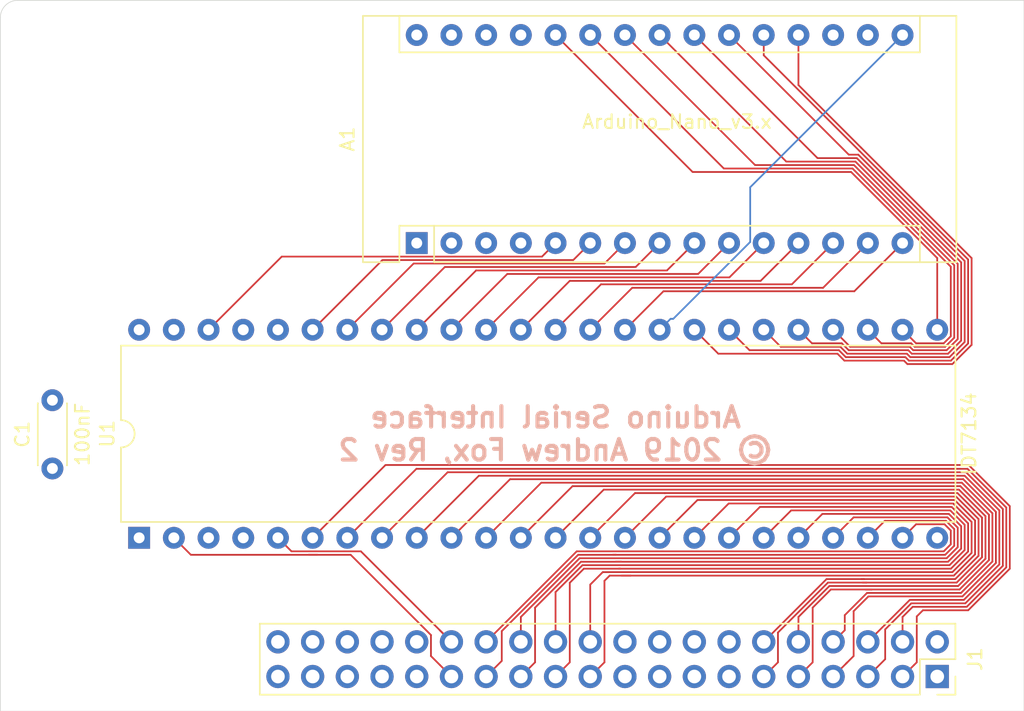
<source format=kicad_pcb>
(kicad_pcb (version 20171130) (host pcbnew "(5.1.0-0)")
  (title_block (title "Arduino Serial Card"))
  (layers (0 F.Cu signal) (1 GND.Cu power hide) (2 VCC.Cu power hide) (31 B.Cu signal) (34 B.Paste user) (35 F.Paste user) (36 B.SilkS user) (37 F.SilkS user) (38 B.Mask user) (39 F.Mask user) (44 Edge.Cuts user))
  (net 0 "")
  (net 1 VCC)
  (net 2 GND)
  (net 3 /AddressBus0)
  (net 4 /DataBus7)
  (net 5 /DataBus6)
  (net 6 /DataBus5)
  (net 7 /DataBus4)
  (net 8 /DataBus3)
  (net 9 /DataBus2)
  (net 10 /DataBus1)
  (net 11 /DataBus0)
  (net 12 /~PO)
  (net 13 /~PI)
  (net 14 "Net-(A1-Pad6)")
  (net 15 "Net-(A1-Pad5)")
  (net 16 /AddressBus1)
  (net 17 /Addr9)
  (net 18 /Addr8)
  (net 19 /Addr7)
  (net 20 /Addr6)
  (net 21 /Addr5)
  (net 22 /Addr4)
  (net 23 /Data7)
  (net 24 /Addr3)
  (net 25 /Data6)
  (net 26 /Addr2)
  (net 27 /Data5)
  (net 28 /Addr1)
  (net 29 /Data4)
  (net 30 /Addr0)
  (net 31 /Data3)
  (net 32 /Data2)
  (net 33 /Data1)
  (net 34 /Data0)
  (net 35 /AddressBus9)
  (net 36 /AddressBus8)
  (net 37 /AddressBus7)
  (net 38 /AddressBus6)
  (net 39 /AddressBus5)
  (net 40 /AddressBus4)
  (net 41 /AddressBus3)
  (net 42 /AddressBus2)
  (module Module:Arduino_Nano (layer F.Cu) (at 104.14 80.01 90)
    (fp_text reference A1 (at 7.62 -5.08 90) (layer F.SilkS))
    (fp_text value Arduino_Nano_v3.x (at 8.89 19.05 180) (layer F.SilkS))
    (fp_line (start 16.64 -3.94) (end -1.4 -3.94) (layer F.SilkS) (width 0.12))
    (fp_line (start 16.64 39.5) (end 16.64 -3.94) (layer F.SilkS) (width 0.12))
    (fp_line (start -1.4 39.5) (end 16.64 39.5) (layer F.SilkS) (width 0.12))
    (fp_line (start 1.27 36.83) (end -1.4 36.83) (layer F.SilkS) (width 0.12))
    (fp_line (start 1.27 1.27) (end 1.27 36.83) (layer F.SilkS) (width 0.12))
    (fp_line (start 1.27 1.27) (end -1.4 1.27) (layer F.SilkS) (width 0.12))
    (fp_line (start 13.97 36.83) (end 16.64 36.83) (layer F.SilkS) (width 0.12))
    (fp_line (start 13.97 -1.27) (end 13.97 36.83) (layer F.SilkS) (width 0.12))
    (fp_line (start 13.97 -1.27) (end 16.64 -1.27) (layer F.SilkS) (width 0.12))
    (fp_line (start -1.4 -3.94) (end -1.4 -1.27) (layer F.SilkS) (width 0.12))
    (fp_line (start -1.4 1.27) (end -1.4 39.5) (layer F.SilkS) (width 0.12))
    (fp_line (start 1.27 -1.27) (end -1.4 -1.27) (layer F.SilkS) (width 0.12))
    (fp_line (start 1.27 1.27) (end 1.27 -1.27) (layer F.SilkS) (width 0.12))
    (pad 16 thru_hole oval (at 15.24 35.56 90) (size 1.6 1.6) (drill 0.8) (layers *.Cu *.Mask) (net 17 /Addr9))
    (pad 15 thru_hole oval (at 0 35.56 90) (size 1.6 1.6) (drill 0.8) (layers *.Cu *.Mask) (net 18 /Addr8))
    (pad 30 thru_hole oval (at 15.24 0 90) (size 1.6 1.6) (drill 0.8) (layers *.Cu *.Mask) (net 1 VCC))
    (pad 14 thru_hole oval (at 0 33.02 90) (size 1.6 1.6) (drill 0.8) (layers *.Cu *.Mask) (net 19 /Addr7))
    (pad 29 thru_hole oval (at 15.24 2.54 90) (size 1.6 1.6) (drill 0.8) (layers *.Cu *.Mask) (net 2 GND))
    (pad 13 thru_hole oval (at 0 30.48 90) (size 1.6 1.6) (drill 0.8) (layers *.Cu *.Mask) (net 20 /Addr6))
    (pad 28 thru_hole oval (at 15.24 5.08 90) (size 1.6 1.6) (drill 0.8) (layers *.Cu *.Mask))
    (pad 12 thru_hole oval (at 0 27.94 90) (size 1.6 1.6) (drill 0.8) (layers *.Cu *.Mask) (net 21 /Addr5))
    (pad 27 thru_hole oval (at 15.24 7.62 90) (size 1.6 1.6) (drill 0.8) (layers *.Cu *.Mask))
    (pad 11 thru_hole oval (at 0 25.4 90) (size 1.6 1.6) (drill 0.8) (layers *.Cu *.Mask) (net 22 /Addr4))
    (pad 26 thru_hole oval (at 15.24 10.16 90) (size 1.6 1.6) (drill 0.8) (layers *.Cu *.Mask) (net 34 /Data0))
    (pad 10 thru_hole oval (at 0 22.86 90) (size 1.6 1.6) (drill 0.8) (layers *.Cu *.Mask) (net 24 /Addr3))
    (pad 25 thru_hole oval (at 15.24 12.7 90) (size 1.6 1.6) (drill 0.8) (layers *.Cu *.Mask) (net 33 /Data1))
    (pad 9 thru_hole oval (at 0 20.32 90) (size 1.6 1.6) (drill 0.8) (layers *.Cu *.Mask) (net 26 /Addr2))
    (pad 24 thru_hole oval (at 15.24 15.24 90) (size 1.6 1.6) (drill 0.8) (layers *.Cu *.Mask) (net 32 /Data2))
    (pad 8 thru_hole oval (at 0 17.78 90) (size 1.6 1.6) (drill 0.8) (layers *.Cu *.Mask) (net 28 /Addr1))
    (pad 23 thru_hole oval (at 15.24 17.78 90) (size 1.6 1.6) (drill 0.8) (layers *.Cu *.Mask) (net 31 /Data3))
    (pad 7 thru_hole oval (at 0 15.24 90) (size 1.6 1.6) (drill 0.8) (layers *.Cu *.Mask) (net 30 /Addr0))
    (pad 22 thru_hole oval (at 15.24 20.32 90) (size 1.6 1.6) (drill 0.8) (layers *.Cu *.Mask) (net 29 /Data4))
    (pad 6 thru_hole oval (at 0 12.7 90) (size 1.6 1.6) (drill 0.8) (layers *.Cu *.Mask) (net 14 "Net-(A1-Pad6)"))
    (pad 21 thru_hole oval (at 15.24 22.86 90) (size 1.6 1.6) (drill 0.8) (layers *.Cu *.Mask) (net 27 /Data5))
    (pad 5 thru_hole oval (at 0 10.16 90) (size 1.6 1.6) (drill 0.8) (layers *.Cu *.Mask) (net 15 "Net-(A1-Pad5)"))
    (pad 20 thru_hole oval (at 15.24 25.4 90) (size 1.6 1.6) (drill 0.8) (layers *.Cu *.Mask) (net 25 /Data6))
    (pad 4 thru_hole oval (at 0 7.62 90) (size 1.6 1.6) (drill 0.8) (layers *.Cu *.Mask) (net 2 GND))
    (pad 19 thru_hole oval (at 15.24 27.94 90) (size 1.6 1.6) (drill 0.8) (layers *.Cu *.Mask) (net 23 /Data7))
    (pad 3 thru_hole oval (at 0 5.08 90) (size 1.6 1.6) (drill 0.8) (layers *.Cu *.Mask))
    (pad 18 thru_hole oval (at 15.24 30.48 90) (size 1.6 1.6) (drill 0.8) (layers *.Cu *.Mask) (net 2 GND))
    (pad 2 thru_hole oval (at 0 2.54 90) (size 1.6 1.6) (drill 0.8) (layers *.Cu *.Mask))
    (pad 17 thru_hole oval (at 15.24 33.02 90) (size 1.6 1.6) (drill 0.8) (layers *.Cu *.Mask))
    (pad 1 thru_hole rect (at 0 0 90) (size 1.6 1.6) (drill 0.8) (layers *.Cu *.Mask))
  )
  (module Package_DIP:DIP-48_W15.24mm (layer F.Cu) (at 83.82 101.6 90)
    (fp_text reference U1 (at 7.62 -2.33 90) (layer F.SilkS))
    (fp_text value IDT7134 (at 7.62 60.75 90) (layer F.SilkS))
    (fp_line (start 14.08 -1.33) (end 8.62 -1.33) (layer F.SilkS) (width 0.12))
    (fp_line (start 14.08 59.75) (end 14.08 -1.33) (layer F.SilkS) (width 0.12))
    (fp_line (start 1.16 59.75) (end 14.08 59.75) (layer F.SilkS) (width 0.12))
    (fp_line (start 1.16 -1.33) (end 1.16 59.75) (layer F.SilkS) (width 0.12))
    (fp_line (start 6.62 -1.33) (end 1.16 -1.33) (layer F.SilkS) (width 0.12))
    (fp_arc (start 7.62 -1.33) (end 6.62 -1.33) (angle -180) (layer F.SilkS) (width 0.12))
    (pad 48 thru_hole oval (at 15.24 0 90) (size 1.6 1.6) (drill 0.8) (layers *.Cu *.Mask) (net 1 VCC))
    (pad 24 thru_hole oval (at 0 58.42 90) (size 1.6 1.6) (drill 0.8) (layers *.Cu *.Mask) (net 2 GND))
    (pad 47 thru_hole oval (at 15.24 2.54 90) (size 1.6 1.6) (drill 0.8) (layers *.Cu *.Mask) (net 2 GND))
    (pad 23 thru_hole oval (at 0 55.88 90) (size 1.6 1.6) (drill 0.8) (layers *.Cu *.Mask) (net 4 /DataBus7))
    (pad 46 thru_hole oval (at 15.24 5.08 90) (size 1.6 1.6) (drill 0.8) (layers *.Cu *.Mask) (net 15 "Net-(A1-Pad5)"))
    (pad 22 thru_hole oval (at 0 53.34 90) (size 1.6 1.6) (drill 0.8) (layers *.Cu *.Mask) (net 5 /DataBus6))
    (pad 45 thru_hole oval (at 15.24 7.62 90) (size 1.6 1.6) (drill 0.8) (layers *.Cu *.Mask))
    (pad 21 thru_hole oval (at 0 50.8 90) (size 1.6 1.6) (drill 0.8) (layers *.Cu *.Mask) (net 6 /DataBus5))
    (pad 44 thru_hole oval (at 15.24 10.16 90) (size 1.6 1.6) (drill 0.8) (layers *.Cu *.Mask))
    (pad 20 thru_hole oval (at 0 48.26 90) (size 1.6 1.6) (drill 0.8) (layers *.Cu *.Mask) (net 7 /DataBus4))
    (pad 43 thru_hole oval (at 15.24 12.7 90) (size 1.6 1.6) (drill 0.8) (layers *.Cu *.Mask) (net 14 "Net-(A1-Pad6)"))
    (pad 19 thru_hole oval (at 0 45.72 90) (size 1.6 1.6) (drill 0.8) (layers *.Cu *.Mask) (net 8 /DataBus3))
    (pad 42 thru_hole oval (at 15.24 15.24 90) (size 1.6 1.6) (drill 0.8) (layers *.Cu *.Mask) (net 30 /Addr0))
    (pad 18 thru_hole oval (at 0 43.18 90) (size 1.6 1.6) (drill 0.8) (layers *.Cu *.Mask) (net 9 /DataBus2))
    (pad 41 thru_hole oval (at 15.24 17.78 90) (size 1.6 1.6) (drill 0.8) (layers *.Cu *.Mask) (net 28 /Addr1))
    (pad 17 thru_hole oval (at 0 40.64 90) (size 1.6 1.6) (drill 0.8) (layers *.Cu *.Mask) (net 10 /DataBus1))
    (pad 40 thru_hole oval (at 15.24 20.32 90) (size 1.6 1.6) (drill 0.8) (layers *.Cu *.Mask) (net 26 /Addr2))
    (pad 16 thru_hole oval (at 0 38.1 90) (size 1.6 1.6) (drill 0.8) (layers *.Cu *.Mask) (net 11 /DataBus0))
    (pad 39 thru_hole oval (at 15.24 22.86 90) (size 1.6 1.6) (drill 0.8) (layers *.Cu *.Mask) (net 24 /Addr3))
    (pad 15 thru_hole oval (at 0 35.56 90) (size 1.6 1.6) (drill 0.8) (layers *.Cu *.Mask) (net 35 /AddressBus9))
    (pad 38 thru_hole oval (at 15.24 25.4 90) (size 1.6 1.6) (drill 0.8) (layers *.Cu *.Mask) (net 22 /Addr4))
    (pad 14 thru_hole oval (at 0 33.02 90) (size 1.6 1.6) (drill 0.8) (layers *.Cu *.Mask) (net 36 /AddressBus8))
    (pad 37 thru_hole oval (at 15.24 27.94 90) (size 1.6 1.6) (drill 0.8) (layers *.Cu *.Mask) (net 21 /Addr5))
    (pad 13 thru_hole oval (at 0 30.48 90) (size 1.6 1.6) (drill 0.8) (layers *.Cu *.Mask) (net 37 /AddressBus7))
    (pad 36 thru_hole oval (at 15.24 30.48 90) (size 1.6 1.6) (drill 0.8) (layers *.Cu *.Mask) (net 20 /Addr6))
    (pad 12 thru_hole oval (at 0 27.94 90) (size 1.6 1.6) (drill 0.8) (layers *.Cu *.Mask) (net 38 /AddressBus6))
    (pad 35 thru_hole oval (at 15.24 33.02 90) (size 1.6 1.6) (drill 0.8) (layers *.Cu *.Mask) (net 19 /Addr7))
    (pad 11 thru_hole oval (at 0 25.4 90) (size 1.6 1.6) (drill 0.8) (layers *.Cu *.Mask) (net 39 /AddressBus5))
    (pad 34 thru_hole oval (at 15.24 35.56 90) (size 1.6 1.6) (drill 0.8) (layers *.Cu *.Mask) (net 18 /Addr8))
    (pad 10 thru_hole oval (at 0 22.86 90) (size 1.6 1.6) (drill 0.8) (layers *.Cu *.Mask) (net 40 /AddressBus4))
    (pad 33 thru_hole oval (at 15.24 38.1 90) (size 1.6 1.6) (drill 0.8) (layers *.Cu *.Mask) (net 17 /Addr9))
    (pad 9 thru_hole oval (at 0 20.32 90) (size 1.6 1.6) (drill 0.8) (layers *.Cu *.Mask) (net 41 /AddressBus3))
    (pad 32 thru_hole oval (at 15.24 40.64 90) (size 1.6 1.6) (drill 0.8) (layers *.Cu *.Mask) (net 23 /Data7))
    (pad 8 thru_hole oval (at 0 17.78 90) (size 1.6 1.6) (drill 0.8) (layers *.Cu *.Mask) (net 42 /AddressBus2))
    (pad 31 thru_hole oval (at 15.24 43.18 90) (size 1.6 1.6) (drill 0.8) (layers *.Cu *.Mask) (net 25 /Data6))
    (pad 7 thru_hole oval (at 0 15.24 90) (size 1.6 1.6) (drill 0.8) (layers *.Cu *.Mask) (net 16 /AddressBus1))
    (pad 30 thru_hole oval (at 15.24 45.72 90) (size 1.6 1.6) (drill 0.8) (layers *.Cu *.Mask) (net 27 /Data5))
    (pad 6 thru_hole oval (at 0 12.7 90) (size 1.6 1.6) (drill 0.8) (layers *.Cu *.Mask) (net 3 /AddressBus0))
    (pad 29 thru_hole oval (at 15.24 48.26 90) (size 1.6 1.6) (drill 0.8) (layers *.Cu *.Mask) (net 29 /Data4))
    (pad 5 thru_hole oval (at 0 10.16 90) (size 1.6 1.6) (drill 0.8) (layers *.Cu *.Mask) (net 12 /~PO))
    (pad 28 thru_hole oval (at 15.24 50.8 90) (size 1.6 1.6) (drill 0.8) (layers *.Cu *.Mask) (net 31 /Data3))
    (pad 4 thru_hole oval (at 0 7.62 90) (size 1.6 1.6) (drill 0.8) (layers *.Cu *.Mask) (net 2 GND))
    (pad 27 thru_hole oval (at 15.24 53.34 90) (size 1.6 1.6) (drill 0.8) (layers *.Cu *.Mask) (net 32 /Data2))
    (pad 3 thru_hole oval (at 0 5.08 90) (size 1.6 1.6) (drill 0.8) (layers *.Cu *.Mask) (net 2 GND))
    (pad 26 thru_hole oval (at 15.24 55.88 90) (size 1.6 1.6) (drill 0.8) (layers *.Cu *.Mask) (net 33 /Data1))
    (pad 2 thru_hole oval (at 0 2.54 90) (size 1.6 1.6) (drill 0.8) (layers *.Cu *.Mask) (net 13 /~PI))
    (pad 25 thru_hole oval (at 15.24 58.42 90) (size 1.6 1.6) (drill 0.8) (layers *.Cu *.Mask) (net 34 /Data0))
    (pad 1 thru_hole rect (at 0 0 90) (size 1.6 1.6) (drill 0.8) (layers *.Cu *.Mask) (net 2 GND))
  )
  (module Capacitor_THT:C_Disc_D4.3mm_W1.9mm_P5.00mm (layer F.Cu) (at 77.47 96.52 90)
    (fp_text reference C1 (at 2.5 -2.2 90) (layer F.SilkS))
    (fp_text value 100nF (at 2.5 2.2 90) (layer F.SilkS))
    (fp_line (start 4.77 1.055) (end 4.77 1.07) (layer F.SilkS) (width 0.12))
    (fp_line (start 4.77 -1.07) (end 4.77 -1.055) (layer F.SilkS) (width 0.12))
    (fp_line (start 0.23 1.055) (end 0.23 1.07) (layer F.SilkS) (width 0.12))
    (fp_line (start 0.23 -1.07) (end 0.23 -1.055) (layer F.SilkS) (width 0.12))
    (fp_line (start 0.23 1.07) (end 4.77 1.07) (layer F.SilkS) (width 0.12))
    (fp_line (start 0.23 -1.07) (end 4.77 -1.07) (layer F.SilkS) (width 0.12))
    (pad 2 thru_hole circle (at 5 0 90) (size 1.6 1.6) (drill 0.8) (layers *.Cu *.Mask) (net 2 GND))
    (pad 1 thru_hole circle (at 0 0 90) (size 1.6 1.6) (drill 0.8) (layers *.Cu *.Mask) (net 1 VCC))
  )
  (module Connector_PinSocket_2.54mm:PinSocket_2x20_P2.54mm_Vertical (layer F.Cu) (at 142.24 111.76 270)
    (fp_text reference J1 (at -1.27 -2.77 270) (layer F.SilkS))
    (fp_text value Conn)
    (fp_line (start 0 -1.33) (end 1.33 -1.33) (layer F.SilkS) (width 0.12))
    (fp_line (start 1.33 -1.33) (end 1.33 0) (layer F.SilkS) (width 0.12))
    (fp_line (start -1.27 -1.33) (end -1.27 1.27) (layer F.SilkS) (width 0.12))
    (fp_line (start -1.27 1.27) (end 1.33 1.27) (layer F.SilkS) (width 0.12))
    (fp_line (start 1.33 1.27) (end 1.33 49.59) (layer F.SilkS) (width 0.12))
    (fp_line (start -3.87 49.59) (end 1.33 49.59) (layer F.SilkS) (width 0.12))
    (fp_line (start -3.87 -1.33) (end -3.87 49.59) (layer F.SilkS) (width 0.12))
    (fp_line (start -3.87 -1.33) (end -1.27 -1.33) (layer F.SilkS) (width 0.12))
    (pad 40 thru_hole oval (at -2.54 48.26 270) (size 1.7 1.7) (drill 1) (layers *.Cu *.Mask) (net 2 GND))
    (pad 39 thru_hole oval (at 0 48.26 270) (size 1.7 1.7) (drill 1) (layers *.Cu *.Mask) (net 2 GND))
    (pad 38 thru_hole oval (at -2.54 45.72 270) (size 1.7 1.7) (drill 1) (layers *.Cu *.Mask) (net 2 GND))
    (pad 37 thru_hole oval (at 0 45.72 270) (size 1.7 1.7) (drill 1) (layers *.Cu *.Mask) (net 2 GND))
    (pad 36 thru_hole oval (at -2.54 43.18 270) (size 1.7 1.7) (drill 1) (layers *.Cu *.Mask) (net 2 GND))
    (pad 35 thru_hole oval (at 0 43.18 270) (size 1.7 1.7) (drill 1) (layers *.Cu *.Mask) (net 2 GND))
    (pad 34 thru_hole oval (at -2.54 40.64 270) (size 1.7 1.7) (drill 1) (layers *.Cu *.Mask) (net 2 GND))
    (pad 33 thru_hole oval (at 0 40.64 270) (size 1.7 1.7) (drill 1) (layers *.Cu *.Mask) (net 2 GND))
    (pad 32 thru_hole oval (at -2.54 38.1 270) (size 1.7 1.7) (drill 1) (layers *.Cu *.Mask) (net 2 GND))
    (pad 31 thru_hole oval (at 0 38.1 270) (size 1.7 1.7) (drill 1) (layers *.Cu *.Mask) (net 2 GND))
    (pad 30 thru_hole oval (at -2.54 35.56 270) (size 1.7 1.7) (drill 1) (layers *.Cu *.Mask) (net 12 /~PO))
    (pad 29 thru_hole oval (at 0 35.56 270) (size 1.7 1.7) (drill 1) (layers *.Cu *.Mask) (net 13 /~PI))
    (pad 28 thru_hole oval (at -2.54 33.02 270) (size 1.7 1.7) (drill 1) (layers *.Cu *.Mask) (net 4 /DataBus7))
    (pad 27 thru_hole oval (at 0 33.02 270) (size 1.7 1.7) (drill 1) (layers *.Cu *.Mask) (net 5 /DataBus6))
    (pad 26 thru_hole oval (at -2.54 30.48 270) (size 1.7 1.7) (drill 1) (layers *.Cu *.Mask) (net 6 /DataBus5))
    (pad 25 thru_hole oval (at 0 30.48 270) (size 1.7 1.7) (drill 1) (layers *.Cu *.Mask) (net 7 /DataBus4))
    (pad 24 thru_hole oval (at -2.54 27.94 270) (size 1.7 1.7) (drill 1) (layers *.Cu *.Mask) (net 8 /DataBus3))
    (pad 23 thru_hole oval (at 0 27.94 270) (size 1.7 1.7) (drill 1) (layers *.Cu *.Mask) (net 9 /DataBus2))
    (pad 22 thru_hole oval (at -2.54 25.4 270) (size 1.7 1.7) (drill 1) (layers *.Cu *.Mask) (net 10 /DataBus1))
    (pad 21 thru_hole oval (at 0 25.4 270) (size 1.7 1.7) (drill 1) (layers *.Cu *.Mask) (net 11 /DataBus0))
    (pad 20 thru_hole oval (at -2.54 22.86 270) (size 1.7 1.7) (drill 1) (layers *.Cu *.Mask))
    (pad 19 thru_hole oval (at 0 22.86 270) (size 1.7 1.7) (drill 1) (layers *.Cu *.Mask))
    (pad 18 thru_hole oval (at -2.54 20.32 270) (size 1.7 1.7) (drill 1) (layers *.Cu *.Mask))
    (pad 17 thru_hole oval (at 0 20.32 270) (size 1.7 1.7) (drill 1) (layers *.Cu *.Mask))
    (pad 16 thru_hole oval (at -2.54 17.78 270) (size 1.7 1.7) (drill 1) (layers *.Cu *.Mask))
    (pad 15 thru_hole oval (at 0 17.78 270) (size 1.7 1.7) (drill 1) (layers *.Cu *.Mask))
    (pad 14 thru_hole oval (at -2.54 15.24 270) (size 1.7 1.7) (drill 1) (layers *.Cu *.Mask))
    (pad 13 thru_hole oval (at 0 15.24 270) (size 1.7 1.7) (drill 1) (layers *.Cu *.Mask))
    (pad 12 thru_hole oval (at -2.54 12.7 270) (size 1.7 1.7) (drill 1) (layers *.Cu *.Mask) (net 35 /AddressBus9))
    (pad 11 thru_hole oval (at 0 12.7 270) (size 1.7 1.7) (drill 1) (layers *.Cu *.Mask) (net 36 /AddressBus8))
    (pad 10 thru_hole oval (at -2.54 10.16 270) (size 1.7 1.7) (drill 1) (layers *.Cu *.Mask) (net 37 /AddressBus7))
    (pad 9 thru_hole oval (at 0 10.16 270) (size 1.7 1.7) (drill 1) (layers *.Cu *.Mask) (net 38 /AddressBus6))
    (pad 8 thru_hole oval (at -2.54 7.62 270) (size 1.7 1.7) (drill 1) (layers *.Cu *.Mask) (net 39 /AddressBus5))
    (pad 7 thru_hole oval (at 0 7.62 270) (size 1.7 1.7) (drill 1) (layers *.Cu *.Mask) (net 40 /AddressBus4))
    (pad 6 thru_hole oval (at -2.54 5.08 270) (size 1.7 1.7) (drill 1) (layers *.Cu *.Mask) (net 41 /AddressBus3))
    (pad 5 thru_hole oval (at 0 5.08 270) (size 1.7 1.7) (drill 1) (layers *.Cu *.Mask) (net 42 /AddressBus2))
    (pad 4 thru_hole oval (at -2.54 2.54 270) (size 1.7 1.7) (drill 1) (layers *.Cu *.Mask) (net 16 /AddressBus1))
    (pad 3 thru_hole oval (at 0 2.54 270) (size 1.7 1.7) (drill 1) (layers *.Cu *.Mask) (net 3 /AddressBus0))
    (pad 2 thru_hole oval (at -2.54 0 270) (size 1.7 1.7) (drill 1) (layers *.Cu *.Mask) (net 1 VCC))
    (pad 1 thru_hole rect (at 0 0 270) (size 1.7 1.7) (drill 1) (layers *.Cu *.Mask) (net 2 GND))
  )
  (gr_arc (start 74.93 63.5) (end 74.93 62.23) (angle -90) (layer Edge.Cuts) (width 0.05))
  (gr_line (start 73.66 114.3) (end 148.59 114.3) (layer Edge.Cuts) (width 0.05))
  (gr_line (start 73.66 63.5) (end 73.66 114.3) (layer Edge.Cuts) (width 0.05))
  (gr_line (start 148.59 62.23) (end 74.93 62.23) (layer Edge.Cuts) (width 0.05))
  (gr_line (start 148.59 114.3) (end 148.59 62.23) (layer Edge.Cuts) (width 0.05))
  (gr_text "Arduino Serial Interface\n© 2019 Andrew Fox, Rev 2" (at 114.3 93.98) (layer B.SilkS) (effects (font (size 1.5 1.5) (thickness 0.3)) (justify mirror)))
  (segment (start 140.549999 110.910001) (end 139.7 111.76) (width 0.127) (layer F.Cu) (net 3))
  (segment (start 141.189849 106.908657) (end 140.740501 107.358005) (width 0.127) (layer F.Cu) (net 3))
  (segment (start 140.740501 107.358005) (end 140.740501 110.719499) (width 0.127) (layer F.Cu) (net 3))
  (segment (start 144.504079 106.908657) (end 141.189849 106.908657) (width 0.127) (layer F.Cu) (net 3))
  (segment (start 147.548654 103.864082) (end 144.504079 106.908657) (width 0.127) (layer F.Cu) (net 3))
  (segment (start 96.52 101.6) (end 101.854 96.266) (width 0.127) (layer F.Cu) (net 3))
  (segment (start 144.536798 96.266) (end 144.56214 96.291342) (width 0.127) (layer F.Cu) (net 3))
  (segment (start 144.56214 96.291342) (end 147.548655 99.277869) (width 0.127) (layer F.Cu) (net 3))
  (segment (start 101.854 96.266) (end 144.536798 96.266) (width 0.127) (layer F.Cu) (net 3))
  (segment (start 140.740501 110.719499) (end 140.549999 110.910001) (width 0.127) (layer F.Cu) (net 3))
  (segment (start 147.548655 99.277869) (end 147.548654 103.864082) (width 0.127) (layer F.Cu) (net 3))
  (segment (start 115.849499 102.590501) (end 109.22 109.22) (width 0.127) (layer F.Cu) (net 4))
  (segment (start 140.690501 100.609499) (end 142.773499 100.609499) (width 0.127) (layer F.Cu) (net 4))
  (segment (start 143.230501 102.075441) (end 142.715441 102.590501) (width 0.127) (layer F.Cu) (net 4))
  (segment (start 142.773499 100.609499) (end 143.230501 101.066501) (width 0.127) (layer F.Cu) (net 4))
  (segment (start 143.230501 101.066501) (end 143.230501 102.075441) (width 0.127) (layer F.Cu) (net 4))
  (segment (start 142.715441 102.590501) (end 115.849499 102.590501) (width 0.127) (layer F.Cu) (net 4))
  (segment (start 139.7 101.6) (end 140.690501 100.609499) (width 0.127) (layer F.Cu) (net 4))
  (segment (start 110.363 110.617) (end 109.22 111.76) (width 0.127) (layer F.Cu) (net 5))
  (segment (start 110.363 108.436224) (end 110.363 110.617) (width 0.127) (layer F.Cu) (net 5))
  (segment (start 143.48451 102.180656) (end 142.820655 102.844511) (width 0.127) (layer F.Cu) (net 5))
  (segment (start 143.484511 100.961287) (end 143.48451 102.180656) (width 0.127) (layer F.Cu) (net 5))
  (segment (start 138.404511 100.355489) (end 142.878714 100.35549) (width 0.127) (layer F.Cu) (net 5))
  (segment (start 142.878714 100.35549) (end 143.484511 100.961287) (width 0.127) (layer F.Cu) (net 5))
  (segment (start 137.16 101.6) (end 138.404511 100.355489) (width 0.127) (layer F.Cu) (net 5))
  (segment (start 115.954713 102.844511) (end 118.719511 102.844511) (width 0.127) (layer F.Cu) (net 5))
  (segment (start 110.363 108.436224) (end 115.954713 102.844511) (width 0.127) (layer F.Cu) (net 5))
  (segment (start 118.719511 102.844511) (end 118.494713 102.844511) (width 0.127) (layer F.Cu) (net 5))
  (segment (start 142.820655 102.844511) (end 118.719511 102.844511) (width 0.127) (layer F.Cu) (net 5))
  (segment (start 111.76 107.398448) (end 111.76 109.22) (width 0.127) (layer F.Cu) (net 6))
  (segment (start 142.92587 103.09852) (end 116.059927 103.098521) (width 0.127) (layer F.Cu) (net 6))
  (segment (start 143.738519 102.285869) (end 142.92587 103.09852) (width 0.127) (layer F.Cu) (net 6))
  (segment (start 143.73852 100.856072) (end 143.738519 102.285869) (width 0.127) (layer F.Cu) (net 6))
  (segment (start 116.059927 103.098521) (end 111.76 107.398448) (width 0.127) (layer F.Cu) (net 6))
  (segment (start 142.983927 100.101481) (end 143.73852 100.856072) (width 0.127) (layer F.Cu) (net 6))
  (segment (start 136.118519 100.101481) (end 142.983927 100.101481) (width 0.127) (layer F.Cu) (net 6))
  (segment (start 134.62 101.6) (end 136.118519 100.101481) (width 0.127) (layer F.Cu) (net 6))
  (segment (start 143.992528 102.391083) (end 143.031083 103.352529) (width 0.127) (layer F.Cu) (net 7))
  (segment (start 143.992529 100.750859) (end 143.992528 102.391083) (width 0.127) (layer F.Cu) (net 7))
  (segment (start 143.089141 99.847471) (end 143.992529 100.750859) (width 0.127) (layer F.Cu) (net 7))
  (segment (start 133.832529 99.847471) (end 143.089141 99.847471) (width 0.127) (layer F.Cu) (net 7))
  (segment (start 132.08 101.6) (end 133.832529 99.847471) (width 0.127) (layer F.Cu) (net 7))
  (segment (start 116.165143 103.352529) (end 119.100529 103.352529) (width 0.127) (layer F.Cu) (net 7))
  (segment (start 112.800501 106.717171) (end 116.165143 103.352529) (width 0.127) (layer F.Cu) (net 7))
  (segment (start 112.800501 110.719499) (end 112.800501 106.717171) (width 0.127) (layer F.Cu) (net 7))
  (segment (start 119.100529 103.352529) (end 118.705143 103.352529) (width 0.127) (layer F.Cu) (net 7))
  (segment (start 111.76 111.76) (end 112.800501 110.719499) (width 0.127) (layer F.Cu) (net 7))
  (segment (start 143.031083 103.352529) (end 119.100529 103.352529) (width 0.127) (layer F.Cu) (net 7))
  (segment (start 116.270357 103.606539) (end 114.3 105.576896) (width 0.127) (layer F.Cu) (net 8))
  (segment (start 143.136298 103.606538) (end 116.270357 103.606539) (width 0.127) (layer F.Cu) (net 8))
  (segment (start 144.246538 100.645644) (end 144.246537 102.496296) (width 0.127) (layer F.Cu) (net 8))
  (segment (start 144.246537 102.496296) (end 143.136298 103.606538) (width 0.127) (layer F.Cu) (net 8))
  (segment (start 114.3 105.576896) (end 114.3 109.22) (width 0.127) (layer F.Cu) (net 8))
  (segment (start 143.194355 99.593461) (end 144.246538 100.645644) (width 0.127) (layer F.Cu) (net 8))
  (segment (start 131.546539 99.593461) (end 143.194355 99.593461) (width 0.127) (layer F.Cu) (net 8))
  (segment (start 129.54 101.6) (end 131.546539 99.593461) (width 0.127) (layer F.Cu) (net 8))
  (segment (start 144.500546 102.60151) (end 143.241511 103.860547) (width 0.127) (layer F.Cu) (net 9))
  (segment (start 127 101.6) (end 129.260549 99.339451) (width 0.127) (layer F.Cu) (net 9))
  (segment (start 144.500547 100.540431) (end 144.500546 102.60151) (width 0.127) (layer F.Cu) (net 9))
  (segment (start 143.29957 99.339452) (end 144.500547 100.540431) (width 0.127) (layer F.Cu) (net 9))
  (segment (start 129.260549 99.339451) (end 143.29957 99.339452) (width 0.127) (layer F.Cu) (net 9))
  (segment (start 116.375573 103.860547) (end 119.024453 103.860547) (width 0.127) (layer F.Cu) (net 9))
  (segment (start 143.241511 103.860547) (end 119.024453 103.860547) (width 0.127) (layer F.Cu) (net 9))
  (segment (start 115.340501 104.895619) (end 116.375573 103.860547) (width 0.127) (layer F.Cu) (net 9))
  (segment (start 114.3 111.76) (end 115.340501 110.719499) (width 0.127) (layer F.Cu) (net 9))
  (segment (start 115.340501 110.719499) (end 115.340501 104.895619) (width 0.127) (layer F.Cu) (net 9))
  (segment (start 119.024453 103.860547) (end 118.915573 103.860547) (width 0.127) (layer F.Cu) (net 9))
  (segment (start 116.84 105.029) (end 116.84 109.22) (width 0.127) (layer F.Cu) (net 10))
  (segment (start 143.346726 104.114556) (end 117.754443 104.114557) (width 0.127) (layer F.Cu) (net 10))
  (segment (start 117.754443 104.114557) (end 116.84 105.029) (width 0.127) (layer F.Cu) (net 10))
  (segment (start 144.754556 100.435216) (end 144.754555 102.706723) (width 0.127) (layer F.Cu) (net 10))
  (segment (start 144.754555 102.706723) (end 143.346726 104.114556) (width 0.127) (layer F.Cu) (net 10))
  (segment (start 143.404783 99.085443) (end 144.754556 100.435216) (width 0.127) (layer F.Cu) (net 10))
  (segment (start 126.974557 99.085443) (end 143.404783 99.085443) (width 0.127) (layer F.Cu) (net 10))
  (segment (start 124.46 101.6) (end 126.974557 99.085443) (width 0.127) (layer F.Cu) (net 10))
  (segment (start 143.509998 98.831434) (end 145.008565 100.330003) (width 0.127) (layer F.Cu) (net 11))
  (segment (start 145.008564 102.811937) (end 143.451939 104.368565) (width 0.127) (layer F.Cu) (net 11))
  (segment (start 124.688567 98.831433) (end 143.509998 98.831434) (width 0.127) (layer F.Cu) (net 11))
  (segment (start 145.008565 100.330003) (end 145.008564 102.811937) (width 0.127) (layer F.Cu) (net 11))
  (segment (start 121.92 101.6) (end 124.688567 98.831433) (width 0.127) (layer F.Cu) (net 11))
  (segment (start 117.880501 104.750499) (end 118.262435 104.368565) (width 0.127) (layer F.Cu) (net 11))
  (segment (start 117.880501 110.719499) (end 117.880501 104.750499) (width 0.127) (layer F.Cu) (net 11))
  (segment (start 116.84 111.76) (end 117.880501 110.719499) (width 0.127) (layer F.Cu) (net 11))
  (segment (start 118.262435 104.368565) (end 119.786435 104.368565) (width 0.127) (layer F.Cu) (net 11))
  (segment (start 119.786435 104.368565) (end 119.126003 104.368565) (width 0.127) (layer F.Cu) (net 11))
  (segment (start 143.451939 104.368565) (end 119.786435 104.368565) (width 0.127) (layer F.Cu) (net 11))
  (segment (start 105.830001 108.370001) (end 106.68 109.22) (width 0.127) (layer F.Cu) (net 12))
  (segment (start 100.050501 102.590501) (end 106.68 109.22) (width 0.127) (layer F.Cu) (net 12))
  (segment (start 94.970501 102.590501) (end 100.050501 102.590501) (width 0.127) (layer F.Cu) (net 12))
  (segment (start 93.98 101.6) (end 94.970501 102.590501) (width 0.127) (layer F.Cu) (net 12))
  (segment (start 86.36 101.6) (end 87.604511 102.844511) (width 0.127) (layer F.Cu) (net 13))
  (segment (start 96.240511 102.844511) (end 96.875511 102.844511) (width 0.127) (layer F.Cu) (net 13))
  (segment (start 87.604511 102.844511) (end 96.240511 102.844511) (width 0.127) (layer F.Cu) (net 13))
  (segment (start 105.180501 110.260501) (end 105.830001 110.910001) (width 0.127) (layer F.Cu) (net 13))
  (segment (start 105.180501 108.720559) (end 105.180501 110.260501) (width 0.127) (layer F.Cu) (net 13))
  (segment (start 99.304453 102.844511) (end 105.180501 108.720559) (width 0.127) (layer F.Cu) (net 13))
  (segment (start 105.830001 110.910001) (end 106.68 111.76) (width 0.127) (layer F.Cu) (net 13))
  (segment (start 96.240511 102.844511) (end 99.304453 102.844511) (width 0.127) (layer F.Cu) (net 13))
  (segment (start 101.625489 81.254511) (end 96.52 86.36) (width 0.127) (layer F.Cu) (net 14))
  (segment (start 115.595489 81.254511) (end 101.625489 81.254511) (width 0.127) (layer F.Cu) (net 14))
  (segment (start 116.84 80.01) (end 115.595489 81.254511) (width 0.127) (layer F.Cu) (net 14))
  (segment (start 94.259499 81.000501) (end 113.309499 81.000501) (width 0.127) (layer F.Cu) (net 15))
  (segment (start 113.500001 80.809999) (end 114.3 80.01) (width 0.127) (layer F.Cu) (net 15))
  (segment (start 113.309499 81.000501) (end 113.500001 80.809999) (width 0.127) (layer F.Cu) (net 15))
  (segment (start 88.9 86.36) (end 94.259499 81.000501) (width 0.127) (layer F.Cu) (net 15))
  (segment (start 144.456925 96.54535) (end 104.11465 96.54535) (width 0.127) (layer F.Cu) (net 16))
  (segment (start 139.7 109.22) (end 139.7 107.398448) (width 0.127) (layer F.Cu) (net 16))
  (segment (start 147.294645 103.758867) (end 147.294646 99.383082) (width 0.127) (layer F.Cu) (net 16))
  (segment (start 147.294646 99.383082) (end 144.456925 96.54535) (width 0.127) (layer F.Cu) (net 16))
  (segment (start 140.443799 106.654649) (end 144.398866 106.654648) (width 0.127) (layer F.Cu) (net 16))
  (segment (start 104.11465 96.54535) (end 99.06 101.6) (width 0.127) (layer F.Cu) (net 16))
  (segment (start 144.398866 106.654648) (end 147.294645 103.758867) (width 0.127) (layer F.Cu) (net 16))
  (segment (start 139.7 107.398448) (end 140.443799 106.654649) (width 0.127) (layer F.Cu) (net 16))
  (segment (start 138.900001 65.569999) (end 139.7 64.77) (width 0.127) (layer B.Cu) (net 17))
  (segment (start 128.549499 79.926443) (end 128.549499 75.920501) (width 0.127) (layer B.Cu) (net 17))
  (segment (start 122.915941 85.560001) (end 128.549499 79.926443) (width 0.127) (layer B.Cu) (net 17))
  (segment (start 128.549499 75.920501) (end 138.900001 65.569999) (width 0.127) (layer B.Cu) (net 17))
  (segment (start 122.719999 85.560001) (end 122.915941 85.560001) (width 0.127) (layer B.Cu) (net 17))
  (segment (start 121.92 86.36) (end 122.719999 85.560001) (width 0.127) (layer B.Cu) (net 17))
  (segment (start 119.38 86.36) (end 122.199399 83.540601) (width 0.127) (layer F.Cu) (net 18))
  (segment (start 136.169399 83.540601) (end 139.7 80.01) (width 0.127) (layer F.Cu) (net 18))
  (segment (start 122.199399 83.540601) (end 136.169399 83.540601) (width 0.127) (layer F.Cu) (net 18))
  (segment (start 133.88341 83.28659) (end 131.702633 83.286591) (width 0.127) (layer F.Cu) (net 19))
  (segment (start 137.16 80.01) (end 133.88341 83.28659) (width 0.127) (layer F.Cu) (net 19))
  (segment (start 119.913409 83.286591) (end 116.84 86.36) (width 0.127) (layer F.Cu) (net 19))
  (segment (start 131.702633 83.286591) (end 119.913409 83.286591) (width 0.127) (layer F.Cu) (net 19))
  (segment (start 114.3 86.36) (end 117.627419 83.032581) (width 0.127) (layer F.Cu) (net 20))
  (segment (start 131.597419 83.032581) (end 134.62 80.01) (width 0.127) (layer F.Cu) (net 20))
  (segment (start 117.627419 83.032581) (end 131.597419 83.032581) (width 0.127) (layer F.Cu) (net 20))
  (segment (start 115.341429 82.778571) (end 111.76 86.36) (width 0.127) (layer F.Cu) (net 21))
  (segment (start 129.311429 82.778571) (end 115.341429 82.778571) (width 0.127) (layer F.Cu) (net 21))
  (segment (start 132.08 80.01) (end 129.311429 82.778571) (width 0.127) (layer F.Cu) (net 21))
  (segment (start 109.22 86.36) (end 113.055439 82.524561) (width 0.127) (layer F.Cu) (net 22))
  (segment (start 127.025439 82.524561) (end 129.54 80.01) (width 0.127) (layer F.Cu) (net 22))
  (segment (start 113.055439 82.524561) (end 127.025439 82.524561) (width 0.127) (layer F.Cu) (net 22))
  (segment (start 136.670073 73.024955) (end 144.754556 81.109442) (width 0.127) (layer F.Cu) (net 23))
  (segment (start 144.754556 87.466727) (end 144.754554 87.466728) (width 0.127) (layer F.Cu) (net 23))
  (segment (start 144.754556 81.109442) (end 144.754556 87.466727) (width 0.127) (layer F.Cu) (net 23))
  (segment (start 144.754554 87.466728) (end 143.346722 88.874555) (width 0.127) (layer F.Cu) (net 23))
  (segment (start 143.346722 88.874555) (end 140.055555 88.874555) (width 0.127) (layer F.Cu) (net 23))
  (segment (start 140.055555 88.874555) (end 139.801549 88.620549) (width 0.127) (layer F.Cu) (net 23))
  (segment (start 139.801549 88.620549) (end 135.443652 88.620548) (width 0.127) (layer F.Cu) (net 23))
  (segment (start 135.443652 88.620548) (end 134.935635 88.112531) (width 0.127) (layer F.Cu) (net 23))
  (segment (start 126.212531 88.112531) (end 124.46 86.36) (width 0.127) (layer F.Cu) (net 23))
  (segment (start 134.935635 88.112531) (end 126.212531 88.112531) (width 0.127) (layer F.Cu) (net 23))
  (segment (start 132.08 68.434882) (end 136.670073 73.024955) (width 0.127) (layer F.Cu) (net 23))
  (segment (start 132.08 64.77) (end 132.08 68.434882) (width 0.127) (layer F.Cu) (net 23))
  (segment (start 110.769449 82.270551) (end 106.68 86.36) (width 0.127) (layer F.Cu) (net 24))
  (segment (start 124.739449 82.270551) (end 110.769449 82.270551) (width 0.127) (layer F.Cu) (net 24))
  (segment (start 127 80.01) (end 124.739449 82.270551) (width 0.127) (layer F.Cu) (net 24))
  (segment (start 129.54 64.77) (end 129.54 66.254106) (width 0.127) (layer F.Cu) (net 25))
  (segment (start 144.500546 87.361513) (end 143.241509 88.620546) (width 0.127) (layer F.Cu) (net 25))
  (segment (start 144.500546 81.214656) (end 144.500546 87.361513) (width 0.127) (layer F.Cu) (net 25))
  (segment (start 136.564858 73.278964) (end 144.500546 81.214656) (width 0.127) (layer F.Cu) (net 25))
  (segment (start 143.241509 88.620546) (end 140.16443 88.620547) (width 0.127) (layer F.Cu) (net 25))
  (segment (start 140.16443 88.620547) (end 139.910423 88.36654) (width 0.127) (layer F.Cu) (net 25))
  (segment (start 139.910423 88.36654) (end 135.548867 88.366539) (width 0.127) (layer F.Cu) (net 25))
  (segment (start 135.548867 88.366539) (end 135.040849 87.858521) (width 0.127) (layer F.Cu) (net 25))
  (segment (start 128.498521 87.858521) (end 127 86.36) (width 0.127) (layer F.Cu) (net 25))
  (segment (start 135.040849 87.858521) (end 128.498521 87.858521) (width 0.127) (layer F.Cu) (net 25))
  (segment (start 129.54 66.254106) (end 136.564858 73.278964) (width 0.127) (layer F.Cu) (net 25))
  (segment (start 104.14 86.36) (end 108.483459 82.016541) (width 0.127) (layer F.Cu) (net 26))
  (segment (start 122.453459 82.016541) (end 124.46 80.01) (width 0.127) (layer F.Cu) (net 26))
  (segment (start 108.483459 82.016541) (end 122.453459 82.016541) (width 0.127) (layer F.Cu) (net 26))
  (segment (start 135.762972 73.532972) (end 136.459643 73.532973) (width 0.127) (layer F.Cu) (net 27))
  (segment (start 136.459643 73.532973) (end 144.246537 81.319869) (width 0.127) (layer F.Cu) (net 27))
  (segment (start 144.246537 81.319869) (end 144.246538 87.256298) (width 0.127) (layer F.Cu) (net 27))
  (segment (start 144.246538 87.256298) (end 143.136296 88.366537) (width 0.127) (layer F.Cu) (net 27))
  (segment (start 143.136296 88.366537) (end 140.269645 88.366538) (width 0.127) (layer F.Cu) (net 27))
  (segment (start 140.269645 88.366538) (end 140.015638 88.112531) (width 0.127) (layer F.Cu) (net 27))
  (segment (start 140.015638 88.112531) (end 135.654082 88.11253) (width 0.127) (layer F.Cu) (net 27))
  (segment (start 135.654082 88.11253) (end 135.146063 87.604511) (width 0.127) (layer F.Cu) (net 27))
  (segment (start 130.784511 87.604511) (end 129.54 86.36) (width 0.127) (layer F.Cu) (net 27))
  (segment (start 135.146063 87.604511) (end 130.784511 87.604511) (width 0.127) (layer F.Cu) (net 27))
  (segment (start 127 64.77) (end 135.762972 73.532972) (width 0.127) (layer F.Cu) (net 27))
  (segment (start 120.16747 81.76253) (end 117.986693 81.762531) (width 0.127) (layer F.Cu) (net 28))
  (segment (start 121.92 80.01) (end 120.16747 81.76253) (width 0.127) (layer F.Cu) (net 28))
  (segment (start 106.197469 81.762531) (end 101.6 86.36) (width 0.127) (layer F.Cu) (net 28))
  (segment (start 117.986693 81.762531) (end 106.197469 81.762531) (width 0.127) (layer F.Cu) (net 28))
  (segment (start 133.070501 87.350501) (end 135.251277 87.350501) (width 0.127) (layer F.Cu) (net 29))
  (segment (start 132.08 86.36) (end 133.070501 87.350501) (width 0.127) (layer F.Cu) (net 29))
  (segment (start 135.251277 87.350501) (end 135.759297 87.858521) (width 0.127) (layer F.Cu) (net 29))
  (segment (start 140.120849 87.858521) (end 140.374859 88.112529) (width 0.127) (layer F.Cu) (net 29))
  (segment (start 135.759297 87.858521) (end 140.120849 87.858521) (width 0.127) (layer F.Cu) (net 29))
  (segment (start 140.374859 88.112529) (end 143.031083 88.112528) (width 0.127) (layer F.Cu) (net 29))
  (segment (start 143.031083 88.112528) (end 143.992529 87.151083) (width 0.127) (layer F.Cu) (net 29))
  (segment (start 143.992529 87.151083) (end 143.992528 81.425082) (width 0.127) (layer F.Cu) (net 29))
  (segment (start 143.992528 81.425082) (end 136.354428 73.786982) (width 0.127) (layer F.Cu) (net 29))
  (segment (start 136.354428 73.786982) (end 133.476982 73.786982) (width 0.127) (layer F.Cu) (net 29))
  (segment (start 133.476982 73.786982) (end 124.46 64.77) (width 0.127) (layer F.Cu) (net 29))
  (segment (start 118.580001 80.809999) (end 119.38 80.01) (width 0.127) (layer F.Cu) (net 30))
  (segment (start 117.881479 81.508521) (end 118.580001 80.809999) (width 0.127) (layer F.Cu) (net 30))
  (segment (start 103.911479 81.508521) (end 117.881479 81.508521) (width 0.127) (layer F.Cu) (net 30))
  (segment (start 99.06 86.36) (end 103.911479 81.508521) (width 0.127) (layer F.Cu) (net 30))
  (segment (start 136.249215 74.040991) (end 143.738519 81.530297) (width 0.127) (layer F.Cu) (net 31))
  (segment (start 143.73852 87.04587) (end 142.925869 87.858519) (width 0.127) (layer F.Cu) (net 31))
  (segment (start 143.738519 81.530297) (end 143.73852 87.04587) (width 0.127) (layer F.Cu) (net 31))
  (segment (start 140.480072 87.85852) (end 140.226063 87.604511) (width 0.127) (layer F.Cu) (net 31))
  (segment (start 142.925869 87.858519) (end 140.480072 87.85852) (width 0.127) (layer F.Cu) (net 31))
  (segment (start 135.864511 87.604511) (end 134.62 86.36) (width 0.127) (layer F.Cu) (net 31))
  (segment (start 140.226063 87.604511) (end 135.864511 87.604511) (width 0.127) (layer F.Cu) (net 31))
  (segment (start 121.92 64.77) (end 131.19099 74.04099) (width 0.127) (layer F.Cu) (net 31))
  (segment (start 131.19099 74.04099) (end 136.249215 74.040991) (width 0.127) (layer F.Cu) (net 31))
  (segment (start 140.331277 87.350501) (end 140.585287 87.604511) (width 0.127) (layer F.Cu) (net 32))
  (segment (start 138.150501 87.350501) (end 140.331277 87.350501) (width 0.127) (layer F.Cu) (net 32))
  (segment (start 137.16 86.36) (end 138.150501 87.350501) (width 0.127) (layer F.Cu) (net 32))
  (segment (start 142.820656 87.60451) (end 143.484511 86.940655) (width 0.127) (layer F.Cu) (net 32))
  (segment (start 140.585287 87.604511) (end 142.820656 87.60451) (width 0.127) (layer F.Cu) (net 32))
  (segment (start 143.484511 86.940655) (end 143.48451 81.63551) (width 0.127) (layer F.Cu) (net 32))
  (segment (start 143.48451 81.63551) (end 136.144 74.295) (width 0.127) (layer F.Cu) (net 32))
  (segment (start 128.905 74.295) (end 119.38 64.77) (width 0.127) (layer F.Cu) (net 32))
  (segment (start 136.144 74.295) (end 128.905 74.295) (width 0.127) (layer F.Cu) (net 32))
  (segment (start 143.230501 81.740725) (end 143.230501 86.835441) (width 0.127) (layer F.Cu) (net 33))
  (segment (start 136.038776 74.549) (end 143.230501 81.740725) (width 0.127) (layer F.Cu) (net 33))
  (segment (start 143.230501 86.835441) (end 142.715441 87.350501) (width 0.127) (layer F.Cu) (net 33))
  (segment (start 140.499999 87.159999) (end 139.7 86.36) (width 0.127) (layer F.Cu) (net 33))
  (segment (start 142.715441 87.350501) (end 140.690501 87.350501) (width 0.127) (layer F.Cu) (net 33))
  (segment (start 140.690501 87.350501) (end 140.499999 87.159999) (width 0.127) (layer F.Cu) (net 33))
  (segment (start 116.84 64.77) (end 126.619 74.549) (width 0.127) (layer F.Cu) (net 33))
  (segment (start 126.619 74.549) (end 136.038776 74.549) (width 0.127) (layer F.Cu) (net 33))
  (segment (start 142.24 81.109448) (end 142.24 86.36) (width 0.127) (layer F.Cu) (net 34))
  (segment (start 135.933552 74.803) (end 142.24 81.109448) (width 0.127) (layer F.Cu) (net 34))
  (segment (start 114.3 64.77) (end 124.333 74.803) (width 0.127) (layer F.Cu) (net 34))
  (segment (start 124.333 74.803) (end 135.933552 74.803) (width 0.127) (layer F.Cu) (net 34))
  (segment (start 145.262573 102.917152) (end 143.557153 104.622575) (width 0.127) (layer F.Cu) (net 35))
  (segment (start 119.38 101.6) (end 122.402576 98.577424) (width 0.127) (layer F.Cu) (net 35))
  (segment (start 143.615213 98.577425) (end 145.262574 100.22479) (width 0.127) (layer F.Cu) (net 35))
  (segment (start 122.402576 98.577424) (end 143.615213 98.577425) (width 0.127) (layer F.Cu) (net 35))
  (segment (start 145.262574 100.22479) (end 145.262573 102.917152) (width 0.127) (layer F.Cu) (net 35))
  (segment (start 129.54 109.22) (end 134.137425 104.622575) (width 0.127) (layer F.Cu) (net 35))
  (segment (start 134.137425 104.622575) (end 136.880575 104.622575) (width 0.127) (layer F.Cu) (net 35))
  (segment (start 136.880575 104.622575) (end 136.677425 104.622575) (width 0.127) (layer F.Cu) (net 35))
  (segment (start 143.557153 104.622575) (end 136.880575 104.622575) (width 0.127) (layer F.Cu) (net 35))
  (segment (start 145.516582 103.022367) (end 143.662367 104.876585) (width 0.127) (layer F.Cu) (net 36))
  (segment (start 120.116585 98.323415) (end 122.297363 98.323415) (width 0.127) (layer F.Cu) (net 36))
  (segment (start 145.516583 100.119577) (end 145.516582 103.022367) (width 0.127) (layer F.Cu) (net 36))
  (segment (start 143.720428 98.323417) (end 145.516583 100.119577) (width 0.127) (layer F.Cu) (net 36))
  (segment (start 122.297363 98.323415) (end 143.720428 98.323417) (width 0.127) (layer F.Cu) (net 36))
  (segment (start 116.84 101.6) (end 120.116585 98.323415) (width 0.127) (layer F.Cu) (net 36))
  (segment (start 130.580501 108.538723) (end 134.242639 104.876585) (width 0.127) (layer F.Cu) (net 36))
  (segment (start 130.580501 110.719499) (end 130.580501 108.538723) (width 0.127) (layer F.Cu) (net 36))
  (segment (start 137.058415 104.876585) (end 136.782639 104.876585) (width 0.127) (layer F.Cu) (net 36))
  (segment (start 134.242639 104.876585) (end 137.058415 104.876585) (width 0.127) (layer F.Cu) (net 36))
  (segment (start 129.54 111.76) (end 130.580501 110.719499) (width 0.127) (layer F.Cu) (net 36))
  (segment (start 143.662367 104.876585) (end 137.058415 104.876585) (width 0.127) (layer F.Cu) (net 36))
  (segment (start 143.825641 98.069408) (end 117.830592 98.069408) (width 0.127) (layer F.Cu) (net 37))
  (segment (start 132.08 109.22) (end 132.08 107.398448) (width 0.127) (layer F.Cu) (net 37))
  (segment (start 117.830592 98.069408) (end 114.3 101.6) (width 0.127) (layer F.Cu) (net 37))
  (segment (start 132.08 107.398448) (end 134.347853 105.130595) (width 0.127) (layer F.Cu) (net 37))
  (segment (start 143.767582 105.130594) (end 145.770591 103.12758) (width 0.127) (layer F.Cu) (net 37))
  (segment (start 145.770591 103.12758) (end 145.770592 100.014363) (width 0.127) (layer F.Cu) (net 37))
  (segment (start 134.347853 105.130595) (end 143.767582 105.130594) (width 0.127) (layer F.Cu) (net 37))
  (segment (start 145.770592 100.014363) (end 143.825641 98.069408) (width 0.127) (layer F.Cu) (net 37))
  (segment (start 146.024601 99.90915) (end 146.0246 103.232794) (width 0.127) (layer F.Cu) (net 38))
  (segment (start 143.930856 97.815399) (end 146.024601 99.90915) (width 0.127) (layer F.Cu) (net 38))
  (segment (start 115.544602 97.815398) (end 143.930856 97.815399) (width 0.127) (layer F.Cu) (net 38))
  (segment (start 146.0246 103.232794) (end 143.872795 105.384603) (width 0.127) (layer F.Cu) (net 38))
  (segment (start 111.76 101.6) (end 115.544602 97.815398) (width 0.127) (layer F.Cu) (net 38))
  (segment (start 134.453069 105.384603) (end 137.439397 105.384603) (width 0.127) (layer F.Cu) (net 38))
  (segment (start 132.08 111.76) (end 133.120501 110.719499) (width 0.127) (layer F.Cu) (net 38))
  (segment (start 133.120501 106.717171) (end 134.453069 105.384603) (width 0.127) (layer F.Cu) (net 38))
  (segment (start 133.120501 110.719499) (end 133.120501 106.717171) (width 0.127) (layer F.Cu) (net 38))
  (segment (start 137.439397 105.384603) (end 136.993069 105.384603) (width 0.127) (layer F.Cu) (net 38))
  (segment (start 143.872795 105.384603) (end 137.439397 105.384603) (width 0.127) (layer F.Cu) (net 38))
  (segment (start 137.098283 105.638613) (end 143.97801 105.638612) (width 0.127) (layer F.Cu) (net 39))
  (segment (start 143.97801 105.638612) (end 145.001311 104.61531) (width 0.127) (layer F.Cu) (net 39))
  (segment (start 145.001311 104.61531) (end 146.278609 103.338007) (width 0.127) (layer F.Cu) (net 39))
  (segment (start 146.278609 103.338007) (end 146.27861 99.803936) (width 0.127) (layer F.Cu) (net 39))
  (segment (start 146.27861 99.803936) (end 144.036069 97.56139) (width 0.127) (layer F.Cu) (net 39))
  (segment (start 113.25861 97.56139) (end 109.22 101.6) (width 0.127) (layer F.Cu) (net 39))
  (segment (start 144.036069 97.56139) (end 113.25861 97.56139) (width 0.127) (layer F.Cu) (net 39))
  (segment (start 135.469999 108.370001) (end 134.62 109.22) (width 0.127) (layer F.Cu) (net 39))
  (segment (start 135.469999 107.266897) (end 135.469999 108.370001) (width 0.127) (layer F.Cu) (net 39))
  (segment (start 137.098283 105.638613) (end 135.469999 107.266897) (width 0.127) (layer F.Cu) (net 39))
  (segment (start 144.141283 97.30738) (end 144.141284 97.307382) (width 0.127) (layer F.Cu) (net 40))
  (segment (start 136.119499 106.976621) (end 136.119499 110.260501) (width 0.127) (layer F.Cu) (net 40))
  (segment (start 137.203499 105.892621) (end 136.119499 106.976621) (width 0.127) (layer F.Cu) (net 40))
  (segment (start 136.119499 110.260501) (end 135.5725 110.8075) (width 0.127) (layer F.Cu) (net 40))
  (segment (start 146.532619 99.698723) (end 146.532618 103.443221) (width 0.127) (layer F.Cu) (net 40))
  (segment (start 144.141284 97.307382) (end 146.532619 99.698723) (width 0.127) (layer F.Cu) (net 40))
  (segment (start 110.97262 97.30738) (end 144.141283 97.30738) (width 0.127) (layer F.Cu) (net 40))
  (segment (start 146.532618 103.443221) (end 145.25532 104.720519) (width 0.127) (layer F.Cu) (net 40))
  (segment (start 145.25532 104.720519) (end 145.25532 104.720525) (width 0.127) (layer F.Cu) (net 40))
  (segment (start 145.25532 104.720525) (end 144.083223 105.892621) (width 0.127) (layer F.Cu) (net 40))
  (segment (start 106.68 101.6) (end 110.97262 97.30738) (width 0.127) (layer F.Cu) (net 40))
  (segment (start 144.083223 105.892621) (end 137.203499 105.892621) (width 0.127) (layer F.Cu) (net 40))
  (segment (start 135.660501 110.719499) (end 135.5725 110.8075) (width 0.127) (layer F.Cu) (net 40))
  (segment (start 135.5725 110.8075) (end 134.62 111.76) (width 0.127) (layer F.Cu) (net 40))
  (segment (start 144.188438 106.14663) (end 140.233371 106.146629) (width 0.127) (layer F.Cu) (net 41))
  (segment (start 145.542 104.793068) (end 144.188438 106.14663) (width 0.127) (layer F.Cu) (net 41))
  (segment (start 145.542 104.793063) (end 145.542 104.793068) (width 0.127) (layer F.Cu) (net 41))
  (segment (start 140.233371 106.146629) (end 137.16 109.22) (width 0.127) (layer F.Cu) (net 41))
  (segment (start 146.786627 103.548434) (end 145.542 104.793063) (width 0.127) (layer F.Cu) (net 41))
  (segment (start 146.786628 99.593509) (end 146.786627 103.548434) (width 0.127) (layer F.Cu) (net 41))
  (segment (start 144.246497 97.05337) (end 146.786628 99.593509) (width 0.127) (layer F.Cu) (net 41))
  (segment (start 108.68663 97.05337) (end 144.246497 97.05337) (width 0.127) (layer F.Cu) (net 41))
  (segment (start 104.14 101.6) (end 108.68663 97.05337) (width 0.127) (layer F.Cu) (net 41))
  (segment (start 144.293651 106.400639) (end 140.338585 106.400639) (width 0.127) (layer F.Cu) (net 42))
  (segment (start 144.351712 96.799362) (end 147.040637 99.488296) (width 0.127) (layer F.Cu) (net 42))
  (segment (start 147.040636 103.653654) (end 144.293651 106.400639) (width 0.127) (layer F.Cu) (net 42))
  (segment (start 147.040637 99.488296) (end 147.040636 103.653654) (width 0.127) (layer F.Cu) (net 42))
  (segment (start 106.40064 96.79936) (end 144.351711 96.79936) (width 0.127) (layer F.Cu) (net 42))
  (segment (start 101.6 101.6) (end 106.40064 96.79936) (width 0.127) (layer F.Cu) (net 42))
  (segment (start 144.351711 96.79936) (end 144.351712 96.799362) (width 0.127) (layer F.Cu) (net 42))
  (segment (start 137.16 111.76) (end 138.43 110.49) (width 0.127) (layer F.Cu) (net 42))
  (segment (start 138.43 108.309224) (end 140.338585 106.400639) (width 0.127) (layer F.Cu) (net 42))
  (segment (start 138.43 110.49) (end 138.43 108.309224) (width 0.127) (layer F.Cu) (net 42))
)
</source>
